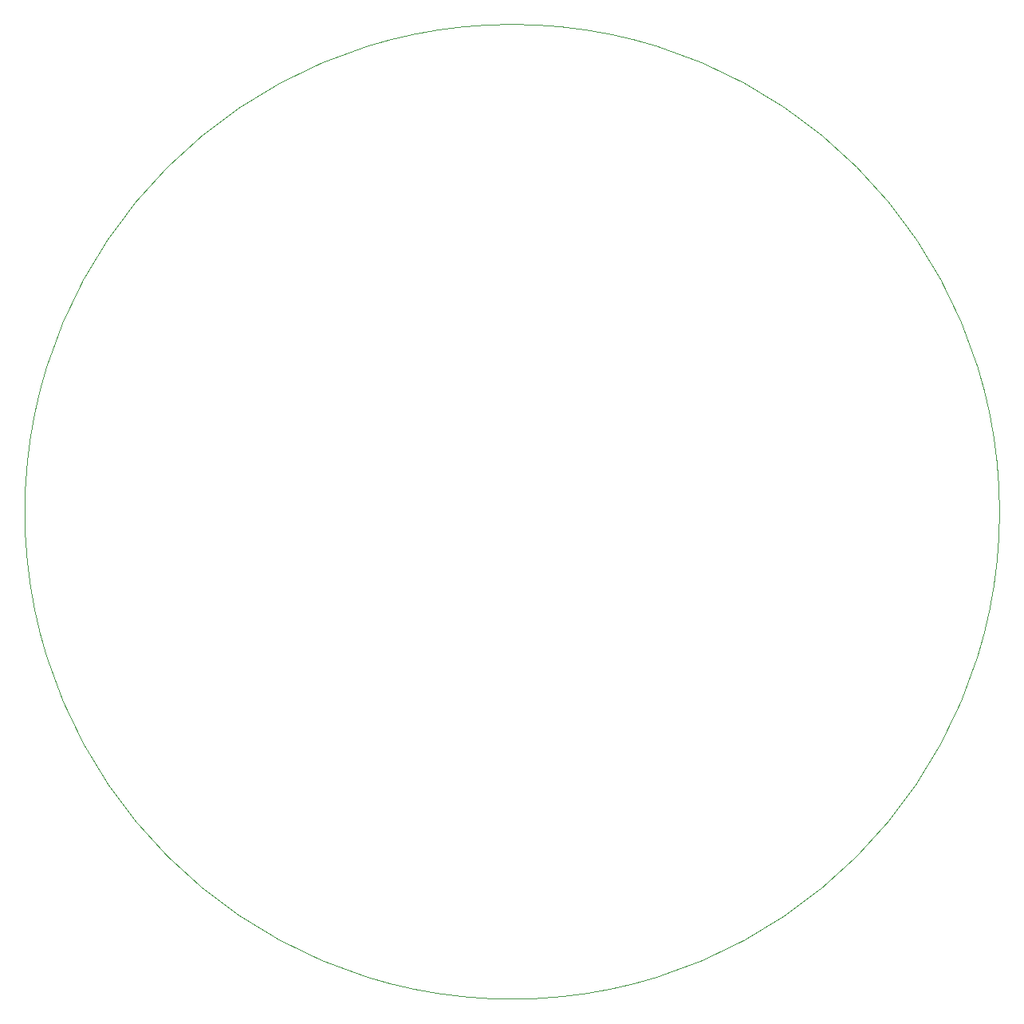
<source format=gm1>
G04 #@! TF.FileFunction,Profile,NP*
%FSLAX46Y46*%
G04 Gerber Fmt 4.6, Leading zero omitted, Abs format (unit mm)*
G04 Created by KiCad (PCBNEW 4.0.0-rc1-stable) date 11/15/15 04:01:34*
%MOMM*%
G01*
G04 APERTURE LIST*
%ADD10C,0.100000*%
G04 APERTURE END LIST*
D10*
X146739733Y-94000000D02*
G75*
G03X146739733Y-94000000I-51739733J0D01*
G01*
M02*

</source>
